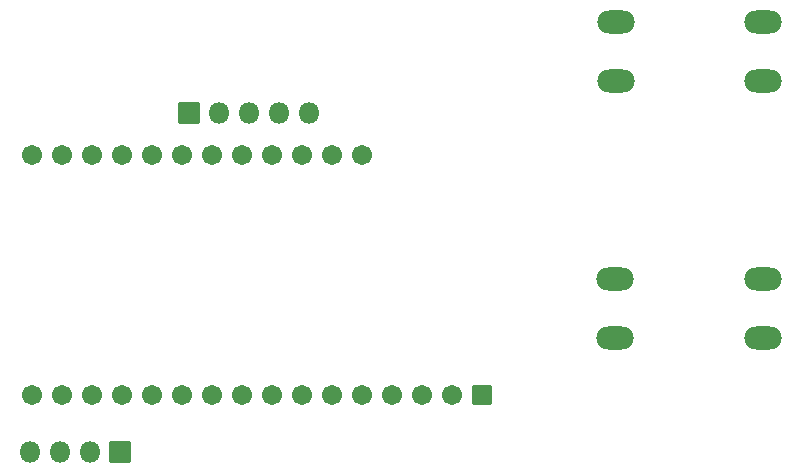
<source format=gbr>
G04 #@! TF.GenerationSoftware,KiCad,Pcbnew,(6.0.7-1)-1*
G04 #@! TF.CreationDate,2022-11-28T10:58:20-05:00*
G04 #@! TF.ProjectId,ebike_LED,6562696b-655f-44c4-9544-2e6b69636164,rev?*
G04 #@! TF.SameCoordinates,Original*
G04 #@! TF.FileFunction,Soldermask,Bot*
G04 #@! TF.FilePolarity,Negative*
%FSLAX46Y46*%
G04 Gerber Fmt 4.6, Leading zero omitted, Abs format (unit mm)*
G04 Created by KiCad (PCBNEW (6.0.7-1)-1) date 2022-11-28 10:58:20*
%MOMM*%
%LPD*%
G01*
G04 APERTURE LIST*
G04 Aperture macros list*
%AMRoundRect*
0 Rectangle with rounded corners*
0 $1 Rounding radius*
0 $2 $3 $4 $5 $6 $7 $8 $9 X,Y pos of 4 corners*
0 Add a 4 corners polygon primitive as box body*
4,1,4,$2,$3,$4,$5,$6,$7,$8,$9,$2,$3,0*
0 Add four circle primitives for the rounded corners*
1,1,$1+$1,$2,$3*
1,1,$1+$1,$4,$5*
1,1,$1+$1,$6,$7*
1,1,$1+$1,$8,$9*
0 Add four rect primitives between the rounded corners*
20,1,$1+$1,$2,$3,$4,$5,0*
20,1,$1+$1,$4,$5,$6,$7,0*
20,1,$1+$1,$6,$7,$8,$9,0*
20,1,$1+$1,$8,$9,$2,$3,0*%
G04 Aperture macros list end*
%ADD10RoundRect,0.051000X-0.850000X0.850000X-0.850000X-0.850000X0.850000X-0.850000X0.850000X0.850000X0*%
%ADD11O,1.802000X1.802000*%
%ADD12RoundRect,0.051000X0.850000X-0.850000X0.850000X0.850000X-0.850000X0.850000X-0.850000X-0.850000X0*%
%ADD13O,3.150000X1.952000*%
%ADD14RoundRect,0.051000X-0.800000X0.800000X-0.800000X-0.800000X0.800000X-0.800000X0.800000X0.800000X0*%
%ADD15C,1.702000*%
G04 APERTURE END LIST*
D10*
X59791600Y-66725800D03*
D11*
X57251600Y-66725800D03*
X54711600Y-66725800D03*
X52171600Y-66725800D03*
D12*
X65619321Y-38021200D03*
D11*
X68159321Y-38021200D03*
X70699321Y-38021200D03*
X73239321Y-38021200D03*
X75779321Y-38021200D03*
D13*
X114260000Y-52070000D03*
X101760000Y-52070000D03*
X101760000Y-57070000D03*
X114260000Y-57070000D03*
X101790000Y-30350000D03*
X114290000Y-30350000D03*
X114290000Y-35350000D03*
X101790000Y-35350000D03*
D14*
X90424000Y-61925200D03*
D15*
X87884000Y-61925200D03*
X85344000Y-61925200D03*
X82804000Y-61925200D03*
X80264000Y-61925200D03*
X77724000Y-61925200D03*
X75184000Y-61925200D03*
X72644000Y-61925200D03*
X70104000Y-61925200D03*
X67564000Y-61925200D03*
X65024000Y-61925200D03*
X62484000Y-61925200D03*
X59944000Y-61925200D03*
X57404000Y-61925200D03*
X54864000Y-61925200D03*
X52324000Y-61925200D03*
X52324000Y-41605200D03*
X54864000Y-41605200D03*
X57404000Y-41605200D03*
X59944000Y-41605200D03*
X62484000Y-41605200D03*
X65024000Y-41605200D03*
X67564000Y-41605200D03*
X70104000Y-41605200D03*
X72644000Y-41605200D03*
X75184000Y-41605200D03*
X77724000Y-41605200D03*
X80264000Y-41605200D03*
M02*

</source>
